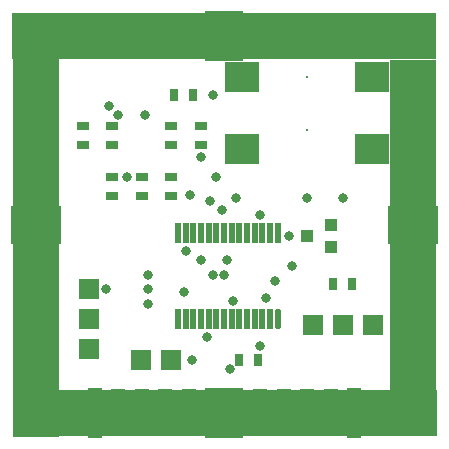
<source format=gbs>
%FSLAX25Y25*%
%MOIN*%
G70*
G01*
G75*
G04 Layer_Color=16711935*
%ADD10R,0.04500X0.04500*%
%ADD11R,0.01969X0.08858*%
%ADD12R,0.07874X0.09843*%
G04:AMPARAMS|DCode=13|XSize=31.5mil|YSize=11.81mil|CornerRadius=0mil|HoleSize=0mil|Usage=FLASHONLY|Rotation=180.000|XOffset=0mil|YOffset=0mil|HoleType=Round|Shape=Octagon|*
%AMOCTAGOND13*
4,1,8,-0.01575,0.00295,-0.01575,-0.00295,-0.01280,-0.00591,0.01280,-0.00591,0.01575,-0.00295,0.01575,0.00295,0.01280,0.00591,-0.01280,0.00591,-0.01575,0.00295,0.0*
%
%ADD13OCTAGOND13*%

%ADD14R,0.03150X0.01181*%
%ADD15R,0.03150X0.02362*%
%ADD16C,0.01000*%
%ADD17C,0.02000*%
%ADD18R,0.06250X0.06250*%
%ADD19R,0.15748X0.11811*%
%ADD20R,0.11811X0.15748*%
%ADD21R,0.03937X0.15748*%
%ADD22R,0.03937X0.11811*%
%ADD23R,0.06250X0.06250*%
%ADD24C,0.02500*%
%ADD25R,0.11024X0.09449*%
%ADD26R,0.03500X0.03100*%
G04:AMPARAMS|DCode=27|XSize=59.06mil|YSize=12.8mil|CornerRadius=0mil|HoleSize=0mil|Usage=FLASHONLY|Rotation=90.000|XOffset=0mil|YOffset=0mil|HoleType=Round|Shape=Octagon|*
%AMOCTAGOND27*
4,1,8,0.00320,0.02953,-0.00320,0.02953,-0.00640,0.02633,-0.00640,-0.02633,-0.00320,-0.02953,0.00320,-0.02953,0.00640,-0.02633,0.00640,0.02633,0.00320,0.02953,0.0*
%
%ADD27OCTAGOND27*%

%ADD28R,0.01280X0.05906*%
%ADD29R,0.02362X0.03150*%
%ADD30C,0.00600*%
%ADD31C,0.00750*%
%ADD32R,0.15748X1.25984*%
%ADD33R,1.41732X0.15748*%
%ADD34R,0.15748X1.25984*%
%ADD35R,1.10236X0.15748*%
%ADD36R,0.05300X0.05300*%
%ADD37R,0.02769X0.09658*%
%ADD38R,0.08674X0.10642*%
G04:AMPARAMS|DCode=39|XSize=39.5mil|YSize=19.81mil|CornerRadius=0mil|HoleSize=0mil|Usage=FLASHONLY|Rotation=180.000|XOffset=0mil|YOffset=0mil|HoleType=Round|Shape=Octagon|*
%AMOCTAGOND39*
4,1,8,-0.01975,0.00495,-0.01975,-0.00495,-0.01480,-0.00991,0.01480,-0.00991,0.01975,-0.00495,0.01975,0.00495,0.01480,0.00991,-0.01480,0.00991,-0.01975,0.00495,0.0*
%
%ADD39OCTAGOND39*%

%ADD40R,0.03950X0.01981*%
%ADD41R,0.03950X0.03162*%
%ADD42R,0.07050X0.07050*%
%ADD43R,0.00800X0.00800*%
%ADD44R,0.16548X0.12611*%
%ADD45R,0.12611X0.16548*%
%ADD46R,0.04737X0.16548*%
%ADD47R,0.04737X0.12611*%
%ADD48R,0.07050X0.07050*%
%ADD49C,0.03300*%
%ADD50R,1.25984X0.15748*%
%ADD51R,0.15748X1.10236*%
%ADD52R,0.11824X0.10249*%
%ADD53R,0.04300X0.03900*%
G04:AMPARAMS|DCode=54|XSize=67.06mil|YSize=20.8mil|CornerRadius=0mil|HoleSize=0mil|Usage=FLASHONLY|Rotation=90.000|XOffset=0mil|YOffset=0mil|HoleType=Round|Shape=Octagon|*
%AMOCTAGOND54*
4,1,8,0.00520,0.03353,-0.00520,0.03353,-0.01040,0.02833,-0.01040,-0.02833,-0.00520,-0.03353,0.00520,-0.03353,0.01040,-0.02833,0.01040,0.02833,0.00520,0.03353,0.0*
%
%ADD54OCTAGOND54*%

%ADD55R,0.02080X0.06706*%
%ADD56R,0.03162X0.03950*%
D33*
X377953Y346457D02*
D03*
D34*
X314961Y275591D02*
D03*
D41*
X350394Y299410D02*
D03*
Y293110D02*
D03*
X330709Y316142D02*
D03*
Y309842D02*
D03*
X340551Y299410D02*
D03*
Y293110D02*
D03*
Y316142D02*
D03*
Y309842D02*
D03*
X360236Y299410D02*
D03*
Y293110D02*
D03*
X370079Y316142D02*
D03*
Y309842D02*
D03*
X360236Y316142D02*
D03*
Y309842D02*
D03*
D42*
X407323Y250000D02*
D03*
X417323D02*
D03*
X427323D02*
D03*
X350236Y238189D02*
D03*
X360236D02*
D03*
D43*
X313087Y220472D02*
D03*
X312992Y346457D02*
D03*
X438976D02*
D03*
Y220472D02*
D03*
X405512Y332677D02*
D03*
Y314961D02*
D03*
D44*
X440945Y283465D02*
D03*
X314961D02*
D03*
D45*
X377953Y346457D02*
D03*
Y220472D02*
D03*
D46*
X421260D02*
D03*
X334646D02*
D03*
D47*
X342520Y222441D02*
D03*
X350394D02*
D03*
X358268D02*
D03*
X366142D02*
D03*
X389764D02*
D03*
X397638D02*
D03*
X405512D02*
D03*
X413386D02*
D03*
D48*
X332677Y241968D02*
D03*
Y251969D02*
D03*
Y261968D02*
D03*
D49*
X374016Y326772D02*
D03*
X342520Y319882D02*
D03*
X339567Y322835D02*
D03*
X345472Y299213D02*
D03*
X351378Y319882D02*
D03*
X381890Y292323D02*
D03*
X375000Y299213D02*
D03*
X376969Y288386D02*
D03*
X374016Y266732D02*
D03*
X380906Y257874D02*
D03*
X399606Y279528D02*
D03*
X417323Y292323D02*
D03*
X405512Y292323D02*
D03*
X352362Y256890D02*
D03*
Y266732D02*
D03*
X364611Y260827D02*
D03*
X373031Y291339D02*
D03*
X366339Y293307D02*
D03*
X365158Y274606D02*
D03*
X389764Y286614D02*
D03*
Y243110D02*
D03*
X370079Y271654D02*
D03*
X378937D02*
D03*
X377953Y266732D02*
D03*
X391732Y258858D02*
D03*
X394684Y264763D02*
D03*
X400591Y269685D02*
D03*
X370079Y306102D02*
D03*
X379724Y235236D02*
D03*
X372047Y246063D02*
D03*
X352362Y261811D02*
D03*
X338583D02*
D03*
X367126Y238189D02*
D03*
D50*
X385827Y220473D02*
D03*
D51*
X440945Y283465D02*
D03*
D52*
X383858Y332677D02*
D03*
X427165D02*
D03*
Y308661D02*
D03*
X383858D02*
D03*
D53*
X413412Y283228D02*
D03*
Y275828D02*
D03*
X405512Y279528D02*
D03*
D54*
X395669Y251969D02*
D03*
D55*
X393110D02*
D03*
X390551D02*
D03*
X387992D02*
D03*
X385433D02*
D03*
X382874D02*
D03*
X380315D02*
D03*
X377756D02*
D03*
X375197D02*
D03*
X372638D02*
D03*
X370079D02*
D03*
X367520D02*
D03*
X364961D02*
D03*
X362402D02*
D03*
X395669Y280709D02*
D03*
X393110D02*
D03*
X390551D02*
D03*
X387992D02*
D03*
X385433D02*
D03*
X382874D02*
D03*
X380315D02*
D03*
X377756D02*
D03*
X375197D02*
D03*
X372638D02*
D03*
X370079D02*
D03*
X367520D02*
D03*
X364961D02*
D03*
X362402D02*
D03*
D56*
X361024Y326772D02*
D03*
X367323D02*
D03*
X420472Y263779D02*
D03*
X414173D02*
D03*
X388976Y238189D02*
D03*
X382677D02*
D03*
M02*

</source>
